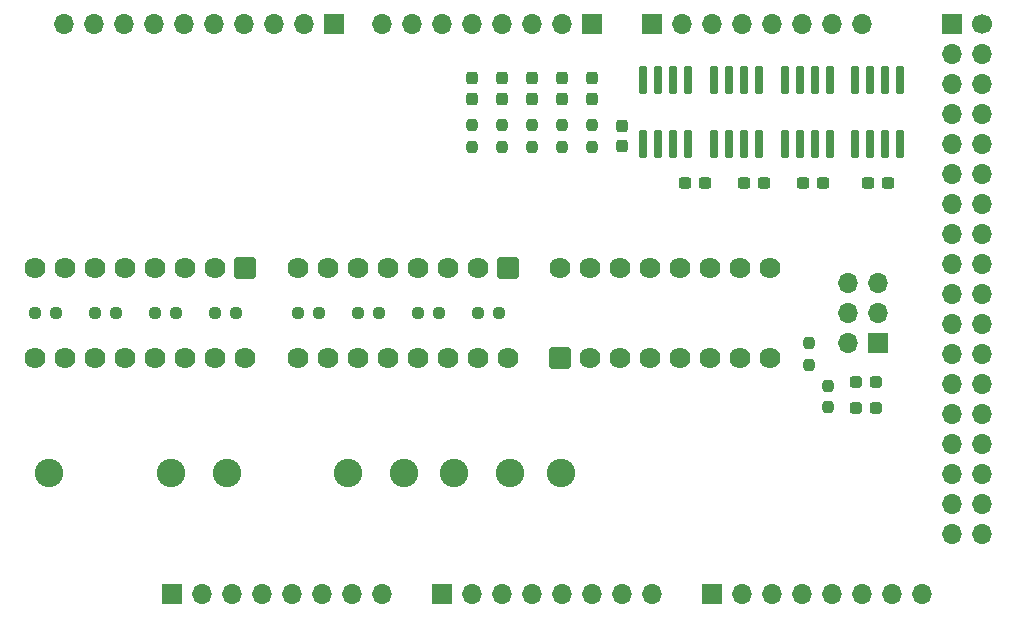
<source format=gbr>
%TF.GenerationSoftware,KiCad,Pcbnew,8.0.1*%
%TF.CreationDate,2024-10-08T14:05:53+09:00*%
%TF.ProjectId,CoolingBoxWireOrganizer,436f6f6c-696e-4674-926f-78576972654f,rev?*%
%TF.SameCoordinates,Original*%
%TF.FileFunction,Soldermask,Bot*%
%TF.FilePolarity,Negative*%
%FSLAX46Y46*%
G04 Gerber Fmt 4.6, Leading zero omitted, Abs format (unit mm)*
G04 Created by KiCad (PCBNEW 8.0.1) date 2024-10-08 14:05:53*
%MOMM*%
%LPD*%
G01*
G04 APERTURE LIST*
G04 Aperture macros list*
%AMRoundRect*
0 Rectangle with rounded corners*
0 $1 Rounding radius*
0 $2 $3 $4 $5 $6 $7 $8 $9 X,Y pos of 4 corners*
0 Add a 4 corners polygon primitive as box body*
4,1,4,$2,$3,$4,$5,$6,$7,$8,$9,$2,$3,0*
0 Add four circle primitives for the rounded corners*
1,1,$1+$1,$2,$3*
1,1,$1+$1,$4,$5*
1,1,$1+$1,$6,$7*
1,1,$1+$1,$8,$9*
0 Add four rect primitives between the rounded corners*
20,1,$1+$1,$2,$3,$4,$5,0*
20,1,$1+$1,$4,$5,$6,$7,0*
20,1,$1+$1,$6,$7,$8,$9,0*
20,1,$1+$1,$8,$9,$2,$3,0*%
G04 Aperture macros list end*
%ADD10RoundRect,0.102000X-0.787500X0.787500X-0.787500X-0.787500X0.787500X-0.787500X0.787500X0.787500X0*%
%ADD11C,1.779000*%
%ADD12C,2.410000*%
%ADD13RoundRect,0.102000X0.787500X-0.787500X0.787500X0.787500X-0.787500X0.787500X-0.787500X-0.787500X0*%
%ADD14R,1.700000X1.700000*%
%ADD15O,1.700000X1.700000*%
%ADD16RoundRect,0.237500X-0.237500X0.287500X-0.237500X-0.287500X0.237500X-0.287500X0.237500X0.287500X0*%
%ADD17RoundRect,0.237500X0.287500X0.237500X-0.287500X0.237500X-0.287500X-0.237500X0.287500X-0.237500X0*%
%ADD18RoundRect,0.237500X0.250000X0.237500X-0.250000X0.237500X-0.250000X-0.237500X0.250000X-0.237500X0*%
%ADD19RoundRect,0.237500X-0.237500X0.250000X-0.237500X-0.250000X0.237500X-0.250000X0.237500X0.250000X0*%
%ADD20RoundRect,0.237500X-0.300000X-0.237500X0.300000X-0.237500X0.300000X0.237500X-0.300000X0.237500X0*%
%ADD21C,1.700000*%
%ADD22RoundRect,0.237500X0.237500X-0.250000X0.237500X0.250000X-0.237500X0.250000X-0.237500X-0.250000X0*%
%ADD23RoundRect,0.150000X0.150000X-1.075000X0.150000X1.075000X-0.150000X1.075000X-0.150000X-1.075000X0*%
%ADD24RoundRect,0.237500X0.237500X-0.300000X0.237500X0.300000X-0.237500X0.300000X-0.237500X-0.300000X0*%
%ADD25RoundRect,0.237500X-0.287500X-0.237500X0.287500X-0.237500X0.287500X0.237500X-0.287500X0.237500X0*%
G04 APERTURE END LIST*
D10*
%TO.C,J19*%
X147390000Y-123190000D03*
D11*
X144850000Y-123190000D03*
X142310000Y-123190000D03*
X139770000Y-123190000D03*
X137230000Y-123190000D03*
X134690000Y-123190000D03*
X132150000Y-123190000D03*
X129610000Y-123190000D03*
X129610000Y-130810000D03*
X132150000Y-130810000D03*
X134690000Y-130810000D03*
X137230000Y-130810000D03*
X139770000Y-130810000D03*
X142310000Y-130810000D03*
X144850000Y-130810000D03*
X147390000Y-130810000D03*
%TD*%
D12*
%TO.C,J2*%
X169850000Y-140500000D03*
X174150000Y-140500000D03*
%TD*%
%TO.C,J9*%
X130850000Y-140500000D03*
X141150000Y-140500000D03*
%TD*%
%TO.C,J4*%
X160850000Y-140500000D03*
X165150000Y-140500000D03*
%TD*%
D13*
%TO.C,J18*%
X174110000Y-130810000D03*
D11*
X176650000Y-130810000D03*
X179190000Y-130810000D03*
X181730000Y-130810000D03*
X184270000Y-130810000D03*
X186810000Y-130810000D03*
X189350000Y-130810000D03*
X191890000Y-130810000D03*
X191890000Y-123190000D03*
X189350000Y-123190000D03*
X186810000Y-123190000D03*
X184270000Y-123190000D03*
X181730000Y-123190000D03*
X179190000Y-123190000D03*
X176650000Y-123190000D03*
X174110000Y-123190000D03*
%TD*%
D12*
%TO.C,J12*%
X145850000Y-140500000D03*
X156150000Y-140500000D03*
%TD*%
D14*
%TO.C,J20*%
X201000000Y-129540000D03*
D15*
X198460000Y-129540000D03*
X201000000Y-127000000D03*
X198460000Y-127000000D03*
X201000000Y-124460000D03*
X198460000Y-124460000D03*
%TD*%
D10*
%TO.C,J23*%
X169640000Y-123190000D03*
D11*
X167100000Y-123190000D03*
X164560000Y-123190000D03*
X162020000Y-123190000D03*
X159480000Y-123190000D03*
X156940000Y-123190000D03*
X154400000Y-123190000D03*
X151860000Y-123190000D03*
X151860000Y-130810000D03*
X154400000Y-130810000D03*
X156940000Y-130810000D03*
X159480000Y-130810000D03*
X162020000Y-130810000D03*
X164560000Y-130810000D03*
X167100000Y-130810000D03*
X169640000Y-130810000D03*
%TD*%
D16*
%TO.C,D2*%
X174276000Y-107125000D03*
X174276000Y-108875000D03*
%TD*%
D17*
%TO.C,D5*%
X200875000Y-135050000D03*
X199125000Y-135050000D03*
%TD*%
D16*
%TO.C,D6*%
X171736000Y-107125000D03*
X171736000Y-108875000D03*
%TD*%
%TO.C,D1*%
X176816000Y-107125000D03*
X176816000Y-108875000D03*
%TD*%
D18*
%TO.C,R9*%
X163845000Y-127000000D03*
X162020000Y-127000000D03*
%TD*%
D16*
%TO.C,D4*%
X166656000Y-107125000D03*
X166656000Y-108875000D03*
%TD*%
D19*
%TO.C,R3*%
X195150000Y-129540000D03*
X195150000Y-131365000D03*
%TD*%
D16*
%TO.C,D8*%
X169196000Y-107125000D03*
X169196000Y-108875000D03*
%TD*%
D20*
%TO.C,C2*%
X200137500Y-116000000D03*
X201862500Y-116000000D03*
%TD*%
D21*
%TO.C,J15*%
X209836000Y-102540000D03*
D14*
X207296000Y-102540000D03*
D15*
X209836000Y-105080000D03*
X207296000Y-105080000D03*
X209836000Y-107620000D03*
X207296000Y-107620000D03*
X209836000Y-110160000D03*
X207296000Y-110160000D03*
X209836000Y-112700000D03*
X207296000Y-112700000D03*
X209836000Y-115240000D03*
X207296000Y-115240000D03*
X209836000Y-117780000D03*
X207296000Y-117780000D03*
X209836000Y-120320000D03*
X207296000Y-120320000D03*
X209836000Y-122860000D03*
X207296000Y-122860000D03*
X209836000Y-125400000D03*
X207296000Y-125400000D03*
X209836000Y-127940000D03*
X207296000Y-127940000D03*
X209836000Y-130480000D03*
X207296000Y-130480000D03*
X209836000Y-133020000D03*
X207296000Y-133020000D03*
X209836000Y-135560000D03*
X207296000Y-135560000D03*
X209836000Y-138100000D03*
X207296000Y-138100000D03*
X209836000Y-140640000D03*
X207296000Y-140640000D03*
X209836000Y-143180000D03*
X207296000Y-143180000D03*
X209836000Y-145720000D03*
X207296000Y-145720000D03*
%TD*%
D22*
%TO.C,R20*%
X196760000Y-134972500D03*
X196760000Y-133147500D03*
%TD*%
D18*
%TO.C,R7*%
X131435000Y-127000000D03*
X129610000Y-127000000D03*
%TD*%
D20*
%TO.C,C4*%
X194637500Y-116000000D03*
X196362500Y-116000000D03*
%TD*%
D22*
%TO.C,R13*%
X174276000Y-112912500D03*
X174276000Y-111087500D03*
%TD*%
D14*
%TO.C,J10*%
X186976000Y-150800000D03*
D15*
X189516000Y-150800000D03*
X192056000Y-150800000D03*
X194596000Y-150800000D03*
X197136000Y-150800000D03*
X199676000Y-150800000D03*
X202216000Y-150800000D03*
X204756000Y-150800000D03*
%TD*%
D18*
%TO.C,R8*%
X168925000Y-127000000D03*
X167100000Y-127000000D03*
%TD*%
D23*
%TO.C,U1*%
X202905000Y-112725000D03*
X201635000Y-112725000D03*
X200365000Y-112725000D03*
X199095000Y-112725000D03*
X199095000Y-107275000D03*
X200365000Y-107275000D03*
X201635000Y-107275000D03*
X202905000Y-107275000D03*
%TD*%
D14*
%TO.C,J6*%
X141256000Y-150800000D03*
D15*
X143796000Y-150800000D03*
X146336000Y-150800000D03*
X148876000Y-150800000D03*
X151416000Y-150800000D03*
X153956000Y-150800000D03*
X156496000Y-150800000D03*
X159036000Y-150800000D03*
%TD*%
D23*
%TO.C,U2*%
X184905000Y-112725000D03*
X183635000Y-112725000D03*
X182365000Y-112725000D03*
X181095000Y-112725000D03*
X181095000Y-107275000D03*
X182365000Y-107275000D03*
X183635000Y-107275000D03*
X184905000Y-107275000D03*
%TD*%
D24*
%TO.C,C1*%
X179360000Y-112862500D03*
X179360000Y-111137500D03*
%TD*%
D18*
%TO.C,R10*%
X158765000Y-127000000D03*
X156940000Y-127000000D03*
%TD*%
D23*
%TO.C,U3*%
X196905000Y-112725000D03*
X195635000Y-112725000D03*
X194365000Y-112725000D03*
X193095000Y-112725000D03*
X193095000Y-107275000D03*
X194365000Y-107275000D03*
X195635000Y-107275000D03*
X196905000Y-107275000D03*
%TD*%
D18*
%TO.C,R5*%
X141595000Y-127000000D03*
X139770000Y-127000000D03*
%TD*%
D20*
%TO.C,C5*%
X189637500Y-116000000D03*
X191362500Y-116000000D03*
%TD*%
D18*
%TO.C,R4*%
X146675000Y-127000000D03*
X144850000Y-127000000D03*
%TD*%
D22*
%TO.C,R12*%
X176816000Y-112912500D03*
X176816000Y-111087500D03*
%TD*%
D14*
%TO.C,J5*%
X154972000Y-102540000D03*
D15*
X152432000Y-102540000D03*
X149892000Y-102540000D03*
X147352000Y-102540000D03*
X144812000Y-102540000D03*
X142272000Y-102540000D03*
X139732000Y-102540000D03*
X137192000Y-102540000D03*
X134652000Y-102540000D03*
X132112000Y-102540000D03*
%TD*%
D23*
%TO.C,U4*%
X190905000Y-112725000D03*
X189635000Y-112725000D03*
X188365000Y-112725000D03*
X187095000Y-112725000D03*
X187095000Y-107275000D03*
X188365000Y-107275000D03*
X189635000Y-107275000D03*
X190905000Y-107275000D03*
%TD*%
D20*
%TO.C,C3*%
X184637500Y-116000000D03*
X186362500Y-116000000D03*
%TD*%
D14*
%TO.C,J7*%
X164116000Y-150800000D03*
D15*
X166656000Y-150800000D03*
X169196000Y-150800000D03*
X171736000Y-150800000D03*
X174276000Y-150800000D03*
X176816000Y-150800000D03*
X179356000Y-150800000D03*
X181896000Y-150800000D03*
%TD*%
D22*
%TO.C,R19*%
X169196000Y-112912500D03*
X169196000Y-111087500D03*
%TD*%
D18*
%TO.C,R6*%
X136515000Y-127000000D03*
X134690000Y-127000000D03*
%TD*%
D14*
%TO.C,J13*%
X181896000Y-102540000D03*
D15*
X184436000Y-102540000D03*
X186976000Y-102540000D03*
X189516000Y-102540000D03*
X192056000Y-102540000D03*
X194596000Y-102540000D03*
X197136000Y-102540000D03*
X199676000Y-102540000D03*
%TD*%
D18*
%TO.C,R11*%
X153685000Y-127000000D03*
X151860000Y-127000000D03*
%TD*%
D22*
%TO.C,R17*%
X171736000Y-112912500D03*
X171736000Y-111087500D03*
%TD*%
%TO.C,R15*%
X166656000Y-112912500D03*
X166656000Y-111087500D03*
%TD*%
D25*
%TO.C,D3*%
X199125000Y-132830000D03*
X200875000Y-132830000D03*
%TD*%
D14*
%TO.C,J8*%
X176816000Y-102540000D03*
D15*
X174276000Y-102540000D03*
X171736000Y-102540000D03*
X169196000Y-102540000D03*
X166656000Y-102540000D03*
X164116000Y-102540000D03*
X161576000Y-102540000D03*
X159036000Y-102540000D03*
%TD*%
M02*

</source>
